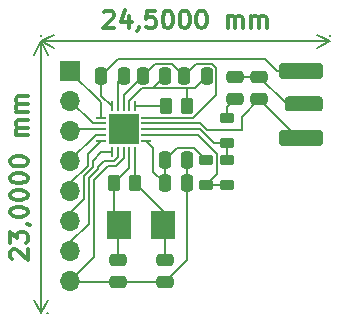
<source format=gbr>
%TF.GenerationSoftware,KiCad,Pcbnew,8.0.8*%
%TF.CreationDate,2025-03-31T21:12:05+02:00*%
%TF.ProjectId,nrf24small,6e726632-3473-46d6-916c-6c2e6b696361,rev?*%
%TF.SameCoordinates,Original*%
%TF.FileFunction,Copper,L1,Top*%
%TF.FilePolarity,Positive*%
%FSLAX46Y46*%
G04 Gerber Fmt 4.6, Leading zero omitted, Abs format (unit mm)*
G04 Created by KiCad (PCBNEW 8.0.8) date 2025-03-31 21:12:05*
%MOMM*%
%LPD*%
G01*
G04 APERTURE LIST*
G04 Aperture macros list*
%AMRoundRect*
0 Rectangle with rounded corners*
0 $1 Rounding radius*
0 $2 $3 $4 $5 $6 $7 $8 $9 X,Y pos of 4 corners*
0 Add a 4 corners polygon primitive as box body*
4,1,4,$2,$3,$4,$5,$6,$7,$8,$9,$2,$3,0*
0 Add four circle primitives for the rounded corners*
1,1,$1+$1,$2,$3*
1,1,$1+$1,$4,$5*
1,1,$1+$1,$6,$7*
1,1,$1+$1,$8,$9*
0 Add four rect primitives between the rounded corners*
20,1,$1+$1,$2,$3,$4,$5,0*
20,1,$1+$1,$4,$5,$6,$7,0*
20,1,$1+$1,$6,$7,$8,$9,0*
20,1,$1+$1,$8,$9,$2,$3,0*%
G04 Aperture macros list end*
%ADD10C,0.300000*%
%TA.AperFunction,NonConductor*%
%ADD11C,0.300000*%
%TD*%
%TA.AperFunction,NonConductor*%
%ADD12C,0.200000*%
%TD*%
%TA.AperFunction,SMDPad,CuDef*%
%ADD13RoundRect,0.250000X1.350000X-0.385000X1.350000X0.385000X-1.350000X0.385000X-1.350000X-0.385000X0*%
%TD*%
%TA.AperFunction,SMDPad,CuDef*%
%ADD14RoundRect,0.250000X1.600000X-0.425000X1.600000X0.425000X-1.600000X0.425000X-1.600000X-0.425000X0*%
%TD*%
%TA.AperFunction,SMDPad,CuDef*%
%ADD15R,2.000000X2.400000*%
%TD*%
%TA.AperFunction,SMDPad,CuDef*%
%ADD16RoundRect,0.062500X-0.350000X-0.062500X0.350000X-0.062500X0.350000X0.062500X-0.350000X0.062500X0*%
%TD*%
%TA.AperFunction,SMDPad,CuDef*%
%ADD17RoundRect,0.062500X-0.062500X-0.350000X0.062500X-0.350000X0.062500X0.350000X-0.062500X0.350000X0*%
%TD*%
%TA.AperFunction,HeatsinkPad*%
%ADD18R,2.500000X2.500000*%
%TD*%
%TA.AperFunction,ComponentPad*%
%ADD19R,1.700000X1.700000*%
%TD*%
%TA.AperFunction,ComponentPad*%
%ADD20O,1.700000X1.700000*%
%TD*%
%TA.AperFunction,SMDPad,CuDef*%
%ADD21RoundRect,0.250000X-0.475000X0.250000X-0.475000X-0.250000X0.475000X-0.250000X0.475000X0.250000X0*%
%TD*%
%TA.AperFunction,SMDPad,CuDef*%
%ADD22RoundRect,0.250000X0.250000X0.475000X-0.250000X0.475000X-0.250000X-0.475000X0.250000X-0.475000X0*%
%TD*%
%TA.AperFunction,SMDPad,CuDef*%
%ADD23RoundRect,0.250000X-0.250000X-0.475000X0.250000X-0.475000X0.250000X0.475000X-0.250000X0.475000X0*%
%TD*%
%TA.AperFunction,SMDPad,CuDef*%
%ADD24RoundRect,0.218750X0.381250X-0.218750X0.381250X0.218750X-0.381250X0.218750X-0.381250X-0.218750X0*%
%TD*%
%TA.AperFunction,SMDPad,CuDef*%
%ADD25RoundRect,0.218750X-0.381250X0.218750X-0.381250X-0.218750X0.381250X-0.218750X0.381250X0.218750X0*%
%TD*%
%TA.AperFunction,SMDPad,CuDef*%
%ADD26RoundRect,0.250000X0.262500X0.450000X-0.262500X0.450000X-0.262500X-0.450000X0.262500X-0.450000X0*%
%TD*%
%TA.AperFunction,Conductor*%
%ADD27C,0.200000*%
%TD*%
G04 APERTURE END LIST*
D10*
D11*
X80521185Y-67428569D02*
X80449757Y-67357141D01*
X80449757Y-67357141D02*
X80378328Y-67214284D01*
X80378328Y-67214284D02*
X80378328Y-66857141D01*
X80378328Y-66857141D02*
X80449757Y-66714284D01*
X80449757Y-66714284D02*
X80521185Y-66642855D01*
X80521185Y-66642855D02*
X80664042Y-66571426D01*
X80664042Y-66571426D02*
X80806900Y-66571426D01*
X80806900Y-66571426D02*
X81021185Y-66642855D01*
X81021185Y-66642855D02*
X81878328Y-67499998D01*
X81878328Y-67499998D02*
X81878328Y-66571426D01*
X80378328Y-66071427D02*
X80378328Y-65142855D01*
X80378328Y-65142855D02*
X80949757Y-65642855D01*
X80949757Y-65642855D02*
X80949757Y-65428570D01*
X80949757Y-65428570D02*
X81021185Y-65285713D01*
X81021185Y-65285713D02*
X81092614Y-65214284D01*
X81092614Y-65214284D02*
X81235471Y-65142855D01*
X81235471Y-65142855D02*
X81592614Y-65142855D01*
X81592614Y-65142855D02*
X81735471Y-65214284D01*
X81735471Y-65214284D02*
X81806900Y-65285713D01*
X81806900Y-65285713D02*
X81878328Y-65428570D01*
X81878328Y-65428570D02*
X81878328Y-65857141D01*
X81878328Y-65857141D02*
X81806900Y-65999998D01*
X81806900Y-65999998D02*
X81735471Y-66071427D01*
X81806900Y-64428570D02*
X81878328Y-64428570D01*
X81878328Y-64428570D02*
X82021185Y-64499999D01*
X82021185Y-64499999D02*
X82092614Y-64571427D01*
X80378328Y-63499998D02*
X80378328Y-63357141D01*
X80378328Y-63357141D02*
X80449757Y-63214284D01*
X80449757Y-63214284D02*
X80521185Y-63142856D01*
X80521185Y-63142856D02*
X80664042Y-63071427D01*
X80664042Y-63071427D02*
X80949757Y-62999998D01*
X80949757Y-62999998D02*
X81306900Y-62999998D01*
X81306900Y-62999998D02*
X81592614Y-63071427D01*
X81592614Y-63071427D02*
X81735471Y-63142856D01*
X81735471Y-63142856D02*
X81806900Y-63214284D01*
X81806900Y-63214284D02*
X81878328Y-63357141D01*
X81878328Y-63357141D02*
X81878328Y-63499998D01*
X81878328Y-63499998D02*
X81806900Y-63642856D01*
X81806900Y-63642856D02*
X81735471Y-63714284D01*
X81735471Y-63714284D02*
X81592614Y-63785713D01*
X81592614Y-63785713D02*
X81306900Y-63857141D01*
X81306900Y-63857141D02*
X80949757Y-63857141D01*
X80949757Y-63857141D02*
X80664042Y-63785713D01*
X80664042Y-63785713D02*
X80521185Y-63714284D01*
X80521185Y-63714284D02*
X80449757Y-63642856D01*
X80449757Y-63642856D02*
X80378328Y-63499998D01*
X80378328Y-62071427D02*
X80378328Y-61928570D01*
X80378328Y-61928570D02*
X80449757Y-61785713D01*
X80449757Y-61785713D02*
X80521185Y-61714285D01*
X80521185Y-61714285D02*
X80664042Y-61642856D01*
X80664042Y-61642856D02*
X80949757Y-61571427D01*
X80949757Y-61571427D02*
X81306900Y-61571427D01*
X81306900Y-61571427D02*
X81592614Y-61642856D01*
X81592614Y-61642856D02*
X81735471Y-61714285D01*
X81735471Y-61714285D02*
X81806900Y-61785713D01*
X81806900Y-61785713D02*
X81878328Y-61928570D01*
X81878328Y-61928570D02*
X81878328Y-62071427D01*
X81878328Y-62071427D02*
X81806900Y-62214285D01*
X81806900Y-62214285D02*
X81735471Y-62285713D01*
X81735471Y-62285713D02*
X81592614Y-62357142D01*
X81592614Y-62357142D02*
X81306900Y-62428570D01*
X81306900Y-62428570D02*
X80949757Y-62428570D01*
X80949757Y-62428570D02*
X80664042Y-62357142D01*
X80664042Y-62357142D02*
X80521185Y-62285713D01*
X80521185Y-62285713D02*
X80449757Y-62214285D01*
X80449757Y-62214285D02*
X80378328Y-62071427D01*
X80378328Y-60642856D02*
X80378328Y-60499999D01*
X80378328Y-60499999D02*
X80449757Y-60357142D01*
X80449757Y-60357142D02*
X80521185Y-60285714D01*
X80521185Y-60285714D02*
X80664042Y-60214285D01*
X80664042Y-60214285D02*
X80949757Y-60142856D01*
X80949757Y-60142856D02*
X81306900Y-60142856D01*
X81306900Y-60142856D02*
X81592614Y-60214285D01*
X81592614Y-60214285D02*
X81735471Y-60285714D01*
X81735471Y-60285714D02*
X81806900Y-60357142D01*
X81806900Y-60357142D02*
X81878328Y-60499999D01*
X81878328Y-60499999D02*
X81878328Y-60642856D01*
X81878328Y-60642856D02*
X81806900Y-60785714D01*
X81806900Y-60785714D02*
X81735471Y-60857142D01*
X81735471Y-60857142D02*
X81592614Y-60928571D01*
X81592614Y-60928571D02*
X81306900Y-60999999D01*
X81306900Y-60999999D02*
X80949757Y-60999999D01*
X80949757Y-60999999D02*
X80664042Y-60928571D01*
X80664042Y-60928571D02*
X80521185Y-60857142D01*
X80521185Y-60857142D02*
X80449757Y-60785714D01*
X80449757Y-60785714D02*
X80378328Y-60642856D01*
X80378328Y-59214285D02*
X80378328Y-59071428D01*
X80378328Y-59071428D02*
X80449757Y-58928571D01*
X80449757Y-58928571D02*
X80521185Y-58857143D01*
X80521185Y-58857143D02*
X80664042Y-58785714D01*
X80664042Y-58785714D02*
X80949757Y-58714285D01*
X80949757Y-58714285D02*
X81306900Y-58714285D01*
X81306900Y-58714285D02*
X81592614Y-58785714D01*
X81592614Y-58785714D02*
X81735471Y-58857143D01*
X81735471Y-58857143D02*
X81806900Y-58928571D01*
X81806900Y-58928571D02*
X81878328Y-59071428D01*
X81878328Y-59071428D02*
X81878328Y-59214285D01*
X81878328Y-59214285D02*
X81806900Y-59357143D01*
X81806900Y-59357143D02*
X81735471Y-59428571D01*
X81735471Y-59428571D02*
X81592614Y-59500000D01*
X81592614Y-59500000D02*
X81306900Y-59571428D01*
X81306900Y-59571428D02*
X80949757Y-59571428D01*
X80949757Y-59571428D02*
X80664042Y-59500000D01*
X80664042Y-59500000D02*
X80521185Y-59428571D01*
X80521185Y-59428571D02*
X80449757Y-59357143D01*
X80449757Y-59357143D02*
X80378328Y-59214285D01*
X81878328Y-56928572D02*
X80878328Y-56928572D01*
X81021185Y-56928572D02*
X80949757Y-56857143D01*
X80949757Y-56857143D02*
X80878328Y-56714286D01*
X80878328Y-56714286D02*
X80878328Y-56500000D01*
X80878328Y-56500000D02*
X80949757Y-56357143D01*
X80949757Y-56357143D02*
X81092614Y-56285715D01*
X81092614Y-56285715D02*
X81878328Y-56285715D01*
X81092614Y-56285715D02*
X80949757Y-56214286D01*
X80949757Y-56214286D02*
X80878328Y-56071429D01*
X80878328Y-56071429D02*
X80878328Y-55857143D01*
X80878328Y-55857143D02*
X80949757Y-55714286D01*
X80949757Y-55714286D02*
X81092614Y-55642857D01*
X81092614Y-55642857D02*
X81878328Y-55642857D01*
X81878328Y-54928572D02*
X80878328Y-54928572D01*
X81021185Y-54928572D02*
X80949757Y-54857143D01*
X80949757Y-54857143D02*
X80878328Y-54714286D01*
X80878328Y-54714286D02*
X80878328Y-54500000D01*
X80878328Y-54500000D02*
X80949757Y-54357143D01*
X80949757Y-54357143D02*
X81092614Y-54285715D01*
X81092614Y-54285715D02*
X81878328Y-54285715D01*
X81092614Y-54285715D02*
X80949757Y-54214286D01*
X80949757Y-54214286D02*
X80878328Y-54071429D01*
X80878328Y-54071429D02*
X80878328Y-53857143D01*
X80878328Y-53857143D02*
X80949757Y-53714286D01*
X80949757Y-53714286D02*
X81092614Y-53642857D01*
X81092614Y-53642857D02*
X81878328Y-53642857D01*
D12*
X83500000Y-49000000D02*
X83586420Y-49000000D01*
X83500000Y-72000000D02*
X83586420Y-72000000D01*
X83000000Y-49000000D02*
X83000000Y-72000000D01*
X83000000Y-49000000D02*
X83000000Y-72000000D01*
X83000000Y-49000000D02*
X83586421Y-50126504D01*
X83000000Y-49000000D02*
X82413579Y-50126504D01*
X83000000Y-72000000D02*
X82413579Y-70873496D01*
X83000000Y-72000000D02*
X83586421Y-70873496D01*
D10*
D11*
X88321430Y-46521185D02*
X88392858Y-46449757D01*
X88392858Y-46449757D02*
X88535716Y-46378328D01*
X88535716Y-46378328D02*
X88892858Y-46378328D01*
X88892858Y-46378328D02*
X89035716Y-46449757D01*
X89035716Y-46449757D02*
X89107144Y-46521185D01*
X89107144Y-46521185D02*
X89178573Y-46664042D01*
X89178573Y-46664042D02*
X89178573Y-46806900D01*
X89178573Y-46806900D02*
X89107144Y-47021185D01*
X89107144Y-47021185D02*
X88250001Y-47878328D01*
X88250001Y-47878328D02*
X89178573Y-47878328D01*
X90464287Y-46878328D02*
X90464287Y-47878328D01*
X90107144Y-46306900D02*
X89750001Y-47378328D01*
X89750001Y-47378328D02*
X90678572Y-47378328D01*
X91321429Y-47806900D02*
X91321429Y-47878328D01*
X91321429Y-47878328D02*
X91250000Y-48021185D01*
X91250000Y-48021185D02*
X91178572Y-48092614D01*
X92678572Y-46378328D02*
X91964286Y-46378328D01*
X91964286Y-46378328D02*
X91892858Y-47092614D01*
X91892858Y-47092614D02*
X91964286Y-47021185D01*
X91964286Y-47021185D02*
X92107144Y-46949757D01*
X92107144Y-46949757D02*
X92464286Y-46949757D01*
X92464286Y-46949757D02*
X92607144Y-47021185D01*
X92607144Y-47021185D02*
X92678572Y-47092614D01*
X92678572Y-47092614D02*
X92750001Y-47235471D01*
X92750001Y-47235471D02*
X92750001Y-47592614D01*
X92750001Y-47592614D02*
X92678572Y-47735471D01*
X92678572Y-47735471D02*
X92607144Y-47806900D01*
X92607144Y-47806900D02*
X92464286Y-47878328D01*
X92464286Y-47878328D02*
X92107144Y-47878328D01*
X92107144Y-47878328D02*
X91964286Y-47806900D01*
X91964286Y-47806900D02*
X91892858Y-47735471D01*
X93678572Y-46378328D02*
X93821429Y-46378328D01*
X93821429Y-46378328D02*
X93964286Y-46449757D01*
X93964286Y-46449757D02*
X94035715Y-46521185D01*
X94035715Y-46521185D02*
X94107143Y-46664042D01*
X94107143Y-46664042D02*
X94178572Y-46949757D01*
X94178572Y-46949757D02*
X94178572Y-47306900D01*
X94178572Y-47306900D02*
X94107143Y-47592614D01*
X94107143Y-47592614D02*
X94035715Y-47735471D01*
X94035715Y-47735471D02*
X93964286Y-47806900D01*
X93964286Y-47806900D02*
X93821429Y-47878328D01*
X93821429Y-47878328D02*
X93678572Y-47878328D01*
X93678572Y-47878328D02*
X93535715Y-47806900D01*
X93535715Y-47806900D02*
X93464286Y-47735471D01*
X93464286Y-47735471D02*
X93392857Y-47592614D01*
X93392857Y-47592614D02*
X93321429Y-47306900D01*
X93321429Y-47306900D02*
X93321429Y-46949757D01*
X93321429Y-46949757D02*
X93392857Y-46664042D01*
X93392857Y-46664042D02*
X93464286Y-46521185D01*
X93464286Y-46521185D02*
X93535715Y-46449757D01*
X93535715Y-46449757D02*
X93678572Y-46378328D01*
X95107143Y-46378328D02*
X95250000Y-46378328D01*
X95250000Y-46378328D02*
X95392857Y-46449757D01*
X95392857Y-46449757D02*
X95464286Y-46521185D01*
X95464286Y-46521185D02*
X95535714Y-46664042D01*
X95535714Y-46664042D02*
X95607143Y-46949757D01*
X95607143Y-46949757D02*
X95607143Y-47306900D01*
X95607143Y-47306900D02*
X95535714Y-47592614D01*
X95535714Y-47592614D02*
X95464286Y-47735471D01*
X95464286Y-47735471D02*
X95392857Y-47806900D01*
X95392857Y-47806900D02*
X95250000Y-47878328D01*
X95250000Y-47878328D02*
X95107143Y-47878328D01*
X95107143Y-47878328D02*
X94964286Y-47806900D01*
X94964286Y-47806900D02*
X94892857Y-47735471D01*
X94892857Y-47735471D02*
X94821428Y-47592614D01*
X94821428Y-47592614D02*
X94750000Y-47306900D01*
X94750000Y-47306900D02*
X94750000Y-46949757D01*
X94750000Y-46949757D02*
X94821428Y-46664042D01*
X94821428Y-46664042D02*
X94892857Y-46521185D01*
X94892857Y-46521185D02*
X94964286Y-46449757D01*
X94964286Y-46449757D02*
X95107143Y-46378328D01*
X96535714Y-46378328D02*
X96678571Y-46378328D01*
X96678571Y-46378328D02*
X96821428Y-46449757D01*
X96821428Y-46449757D02*
X96892857Y-46521185D01*
X96892857Y-46521185D02*
X96964285Y-46664042D01*
X96964285Y-46664042D02*
X97035714Y-46949757D01*
X97035714Y-46949757D02*
X97035714Y-47306900D01*
X97035714Y-47306900D02*
X96964285Y-47592614D01*
X96964285Y-47592614D02*
X96892857Y-47735471D01*
X96892857Y-47735471D02*
X96821428Y-47806900D01*
X96821428Y-47806900D02*
X96678571Y-47878328D01*
X96678571Y-47878328D02*
X96535714Y-47878328D01*
X96535714Y-47878328D02*
X96392857Y-47806900D01*
X96392857Y-47806900D02*
X96321428Y-47735471D01*
X96321428Y-47735471D02*
X96249999Y-47592614D01*
X96249999Y-47592614D02*
X96178571Y-47306900D01*
X96178571Y-47306900D02*
X96178571Y-46949757D01*
X96178571Y-46949757D02*
X96249999Y-46664042D01*
X96249999Y-46664042D02*
X96321428Y-46521185D01*
X96321428Y-46521185D02*
X96392857Y-46449757D01*
X96392857Y-46449757D02*
X96535714Y-46378328D01*
X98821427Y-47878328D02*
X98821427Y-46878328D01*
X98821427Y-47021185D02*
X98892856Y-46949757D01*
X98892856Y-46949757D02*
X99035713Y-46878328D01*
X99035713Y-46878328D02*
X99249999Y-46878328D01*
X99249999Y-46878328D02*
X99392856Y-46949757D01*
X99392856Y-46949757D02*
X99464285Y-47092614D01*
X99464285Y-47092614D02*
X99464285Y-47878328D01*
X99464285Y-47092614D02*
X99535713Y-46949757D01*
X99535713Y-46949757D02*
X99678570Y-46878328D01*
X99678570Y-46878328D02*
X99892856Y-46878328D01*
X99892856Y-46878328D02*
X100035713Y-46949757D01*
X100035713Y-46949757D02*
X100107142Y-47092614D01*
X100107142Y-47092614D02*
X100107142Y-47878328D01*
X100821427Y-47878328D02*
X100821427Y-46878328D01*
X100821427Y-47021185D02*
X100892856Y-46949757D01*
X100892856Y-46949757D02*
X101035713Y-46878328D01*
X101035713Y-46878328D02*
X101249999Y-46878328D01*
X101249999Y-46878328D02*
X101392856Y-46949757D01*
X101392856Y-46949757D02*
X101464285Y-47092614D01*
X101464285Y-47092614D02*
X101464285Y-47878328D01*
X101464285Y-47092614D02*
X101535713Y-46949757D01*
X101535713Y-46949757D02*
X101678570Y-46878328D01*
X101678570Y-46878328D02*
X101892856Y-46878328D01*
X101892856Y-46878328D02*
X102035713Y-46949757D01*
X102035713Y-46949757D02*
X102107142Y-47092614D01*
X102107142Y-47092614D02*
X102107142Y-47878328D01*
D12*
X83000000Y-48500000D02*
X83000000Y-48413580D01*
X107500000Y-48500000D02*
X107500000Y-48413580D01*
X83000000Y-49000000D02*
X107500000Y-49000000D01*
X83000000Y-49000000D02*
X107500000Y-49000000D01*
X83000000Y-49000000D02*
X84126504Y-48413579D01*
X83000000Y-49000000D02*
X84126504Y-49586421D01*
X107500000Y-49000000D02*
X106373496Y-49586421D01*
X107500000Y-49000000D02*
X106373496Y-48413579D01*
D13*
%TO.P,J1,1,In*%
%TO.N,Net-(J1-In)*%
X105250000Y-54325000D03*
D14*
%TO.P,J1,2,Ext*%
%TO.N,GND*%
X105000000Y-51500000D03*
X105000000Y-57150000D03*
%TD*%
D15*
%TO.P,Y1,2,2*%
%TO.N,Net-(U1-XC1)*%
X93350000Y-64500000D03*
%TO.P,Y1,1,1*%
%TO.N,Net-(U1-XC2)*%
X89650000Y-64500000D03*
%TD*%
D16*
%TO.P,U1,1,CE*%
%TO.N,Net-(J2-Pin_1)*%
X88062500Y-55437500D03*
%TO.P,U1,2,CSN*%
%TO.N,Net-(J2-Pin_2)*%
X88062500Y-55937500D03*
%TO.P,U1,3,SCK*%
%TO.N,Net-(J2-Pin_3)*%
X88062500Y-56437500D03*
%TO.P,U1,4,MOSI*%
%TO.N,Net-(J2-Pin_4)*%
X88062500Y-56937500D03*
%TO.P,U1,5,MISO*%
%TO.N,Net-(J2-Pin_5)*%
X88062500Y-57437500D03*
D17*
%TO.P,U1,6,IRQ*%
%TO.N,Net-(J2-Pin_6)*%
X89000000Y-58375000D03*
%TO.P,U1,7,VDD*%
%TO.N,+3.3V*%
X89500000Y-58375000D03*
%TO.P,U1,8,VSS*%
%TO.N,GND*%
X90000000Y-58375000D03*
%TO.P,U1,9,XC2*%
%TO.N,Net-(U1-XC2)*%
X90500000Y-58375000D03*
%TO.P,U1,10,XC1*%
%TO.N,Net-(U1-XC1)*%
X91000000Y-58375000D03*
D16*
%TO.P,U1,11,VDD_PA*%
%TO.N,Net-(U1-VDD_PA)*%
X91937500Y-57437500D03*
%TO.P,U1,12,ANT1*%
%TO.N,Net-(U1-ANT1)*%
X91937500Y-56937500D03*
%TO.P,U1,13,ANT2*%
%TO.N,Net-(U1-ANT2)*%
X91937500Y-56437500D03*
%TO.P,U1,14,VSS*%
%TO.N,GND*%
X91937500Y-55937500D03*
%TO.P,U1,15,VDD*%
%TO.N,+3.3V*%
X91937500Y-55437500D03*
D17*
%TO.P,U1,16,IREF*%
%TO.N,Net-(U1-IREF)*%
X91000000Y-54500000D03*
%TO.P,U1,17,VSS*%
%TO.N,GND*%
X90500000Y-54500000D03*
%TO.P,U1,18,VDD*%
%TO.N,+3.3V*%
X90000000Y-54500000D03*
%TO.P,U1,19,DVDD*%
%TO.N,Net-(U1-DVDD)*%
X89500000Y-54500000D03*
%TO.P,U1,20,VSS*%
%TO.N,GND*%
X89000000Y-54500000D03*
D18*
%TO.P,U1,21*%
%TO.N,N/C*%
X90000000Y-56437500D03*
%TD*%
D19*
%TO.P,J2,1,Pin_1*%
%TO.N,Net-(J2-Pin_1)*%
X85500000Y-51460000D03*
D20*
%TO.P,J2,2,Pin_2*%
%TO.N,Net-(J2-Pin_2)*%
X85500000Y-54000000D03*
%TO.P,J2,3,Pin_3*%
%TO.N,Net-(J2-Pin_3)*%
X85500000Y-56540000D03*
%TO.P,J2,4,Pin_4*%
%TO.N,Net-(J2-Pin_4)*%
X85500000Y-59080000D03*
%TO.P,J2,5,Pin_5*%
%TO.N,Net-(J2-Pin_5)*%
X85500000Y-61620000D03*
%TO.P,J2,6,Pin_6*%
%TO.N,Net-(J2-Pin_6)*%
X85500000Y-64160000D03*
%TO.P,J2,7,Pin_7*%
%TO.N,+3.3V*%
X85500000Y-66700000D03*
%TO.P,J2,8,Pin_8*%
%TO.N,GND*%
X85500000Y-69240000D03*
%TD*%
D21*
%TO.P,C10,1*%
%TO.N,Net-(J1-In)*%
X101500000Y-52000000D03*
%TO.P,C10,2*%
%TO.N,GND*%
X101500000Y-53900000D03*
%TD*%
%TO.P,C9,1*%
%TO.N,Net-(J1-In)*%
X99450000Y-52000000D03*
%TO.P,C9,2*%
%TO.N,Net-(C9-Pad2)*%
X99450000Y-53900000D03*
%TD*%
D22*
%TO.P,C8,2*%
%TO.N,Net-(U1-VDD_PA)*%
X93500000Y-59000000D03*
%TO.P,C8,1*%
%TO.N,GND*%
X95400000Y-59000000D03*
%TD*%
%TO.P,C7,1*%
%TO.N,GND*%
X95400000Y-61000000D03*
%TO.P,C7,2*%
%TO.N,Net-(U1-VDD_PA)*%
X93500000Y-61000000D03*
%TD*%
D21*
%TO.P,C6,1*%
%TO.N,Net-(U1-XC2)*%
X89500000Y-67500000D03*
%TO.P,C6,2*%
%TO.N,GND*%
X89500000Y-69400000D03*
%TD*%
%TO.P,C5,1*%
%TO.N,Net-(U1-XC1)*%
X93500000Y-67500000D03*
%TO.P,C5,2*%
%TO.N,GND*%
X93500000Y-69400000D03*
%TD*%
D22*
%TO.P,C4,2*%
%TO.N,GND*%
X88125000Y-51937500D03*
%TO.P,C4,1*%
%TO.N,Net-(U1-DVDD)*%
X90025000Y-51937500D03*
%TD*%
D23*
%TO.P,C3,1*%
%TO.N,+3.3V*%
X95150000Y-51937500D03*
%TO.P,C3,2*%
%TO.N,GND*%
X97050000Y-51937500D03*
%TD*%
%TO.P,C1,1*%
%TO.N,+3.3V*%
X91625000Y-51937500D03*
%TO.P,C1,2*%
%TO.N,GND*%
X93525000Y-51937500D03*
%TD*%
D24*
%TO.P,L2,1,1*%
%TO.N,Net-(U1-ANT1)*%
X97000000Y-61125000D03*
%TO.P,L2,2,2*%
%TO.N,Net-(U1-VDD_PA)*%
X97000000Y-59000000D03*
%TD*%
D25*
%TO.P,L3,2,2*%
%TO.N,Net-(U1-ANT1)*%
X98800000Y-61125000D03*
%TO.P,L3,1,1*%
%TO.N,Net-(U1-ANT2)*%
X98800000Y-59000000D03*
%TD*%
%TO.P,L4,1,1*%
%TO.N,Net-(C9-Pad2)*%
X98800000Y-55500000D03*
%TO.P,L4,2,2*%
%TO.N,Net-(U1-ANT2)*%
X98800000Y-57625000D03*
%TD*%
D26*
%TO.P,R1,1*%
%TO.N,GND*%
X95412500Y-54500000D03*
%TO.P,R1,2*%
%TO.N,Net-(U1-IREF)*%
X93587500Y-54500000D03*
%TD*%
%TO.P,R2,1*%
%TO.N,Net-(U1-XC1)*%
X91000000Y-61000000D03*
%TO.P,R2,2*%
%TO.N,Net-(U1-XC2)*%
X89175000Y-61000000D03*
%TD*%
D27*
%TO.N,GND*%
X104750000Y-57150000D02*
X105000000Y-57150000D01*
X101500000Y-53900000D02*
X104750000Y-57150000D01*
%TO.N,Net-(J1-In)*%
X103825000Y-54325000D02*
X105250000Y-54325000D01*
X101500000Y-52000000D02*
X103825000Y-54325000D01*
%TO.N,GND*%
X103000000Y-51500000D02*
X105000000Y-51500000D01*
X102000000Y-50500000D02*
X103000000Y-51500000D01*
X95400000Y-67500000D02*
X95400000Y-61000000D01*
X93500000Y-69400000D02*
X95400000Y-67500000D01*
X89562500Y-50500000D02*
X88125000Y-51937500D01*
X102000000Y-50500000D02*
X89562500Y-50500000D01*
%TO.N,Net-(C9-Pad2)*%
X98800000Y-54550000D02*
X99450000Y-53900000D01*
X98800000Y-55500000D02*
X98800000Y-54550000D01*
%TO.N,GND*%
X96503186Y-55937500D02*
X97065686Y-56500000D01*
X97065686Y-56500000D02*
X100000000Y-56500000D01*
X91937500Y-55937500D02*
X96503186Y-55937500D01*
X100000000Y-55400000D02*
X100000000Y-56500000D01*
X101500000Y-53900000D02*
X100000000Y-55400000D01*
X87500000Y-60697058D02*
X87500000Y-67240000D01*
X88697058Y-59500000D02*
X87500000Y-60697058D01*
X89367572Y-59500000D02*
X88697058Y-59500000D01*
X87500000Y-67240000D02*
X85500000Y-69240000D01*
X90000000Y-58867572D02*
X89367572Y-59500000D01*
X90000000Y-58375000D02*
X90000000Y-58867572D01*
%TO.N,+3.3V*%
X89500000Y-58801886D02*
X89500000Y-58375000D01*
X88334314Y-59100000D02*
X89201886Y-59100000D01*
X87800000Y-59634314D02*
X88334314Y-59100000D01*
X89201886Y-59100000D02*
X89500000Y-58801886D01*
X87050000Y-60581372D02*
X87800000Y-59831372D01*
X87050000Y-64450000D02*
X87050000Y-60581372D01*
X87800000Y-59831372D02*
X87800000Y-59634314D01*
X85500000Y-66000000D02*
X87050000Y-64450000D01*
X85500000Y-66700000D02*
X85500000Y-66000000D01*
%TO.N,Net-(J2-Pin_6)*%
X88125000Y-58375000D02*
X89000000Y-58375000D01*
X87400000Y-59100000D02*
X88125000Y-58375000D01*
X87400000Y-59665686D02*
X87400000Y-59100000D01*
X86650000Y-62350000D02*
X86650000Y-60415686D01*
X86650000Y-60415686D02*
X87400000Y-59665686D01*
X85500000Y-64160000D02*
X85500000Y-63500000D01*
X85500000Y-63500000D02*
X86650000Y-62350000D01*
%TO.N,Net-(J2-Pin_5)*%
X87000000Y-59500000D02*
X87000000Y-58500000D01*
X85500000Y-61000000D02*
X87000000Y-59500000D01*
X85500000Y-61620000D02*
X85500000Y-61000000D01*
X87000000Y-58500000D02*
X88062500Y-57437500D01*
%TO.N,Net-(U1-XC1)*%
X93350000Y-63350000D02*
X93350000Y-64500000D01*
X91000000Y-61000000D02*
X93350000Y-63350000D01*
%TO.N,Net-(J1-In)*%
X99500000Y-52000000D02*
X101500000Y-52000000D01*
%TO.N,Net-(U1-ANT2)*%
X98800000Y-57625000D02*
X98800000Y-59000000D01*
X97625000Y-57625000D02*
X98800000Y-57625000D01*
X96437500Y-56437500D02*
X97625000Y-57625000D01*
X91937500Y-56437500D02*
X96437500Y-56437500D01*
%TO.N,Net-(U1-ANT1)*%
X97000000Y-61125000D02*
X98800000Y-61125000D01*
X97900000Y-60225000D02*
X97000000Y-61125000D01*
X96277186Y-56937500D02*
X97900000Y-58560314D01*
X91937500Y-56937500D02*
X96277186Y-56937500D01*
X97900000Y-58560314D02*
X97900000Y-60225000D01*
%TO.N,Net-(U1-VDD_PA)*%
X94525000Y-57975000D02*
X95975000Y-57975000D01*
X95975000Y-57975000D02*
X97000000Y-59000000D01*
X93500000Y-59000000D02*
X94525000Y-57975000D01*
X92532843Y-60032843D02*
X93500000Y-61000000D01*
X91937500Y-57437500D02*
X92532843Y-58032843D01*
X92532843Y-58032843D02*
X92532843Y-60032843D01*
%TO.N,GND*%
X95400000Y-59000000D02*
X95400000Y-61000000D01*
%TO.N,Net-(U1-VDD_PA)*%
X93500000Y-61000000D02*
X93500000Y-59000000D01*
%TO.N,+3.3V*%
X97534744Y-50912500D02*
X96175000Y-50912500D01*
X97850000Y-51227756D02*
X97534744Y-50912500D01*
X95909744Y-55500000D02*
X97850000Y-53559744D01*
X97850000Y-53559744D02*
X97850000Y-51227756D01*
X96175000Y-50912500D02*
X95150000Y-51937500D01*
X91937500Y-55437500D02*
X92000000Y-55500000D01*
X92000000Y-55500000D02*
X95909744Y-55500000D01*
%TO.N,GND*%
X93500000Y-69400000D02*
X89500000Y-69400000D01*
X89500000Y-69400000D02*
X85660000Y-69400000D01*
X85660000Y-69400000D02*
X85500000Y-69240000D01*
%TO.N,Net-(U1-XC1)*%
X93500000Y-65000000D02*
X93500000Y-67500000D01*
X93350000Y-64500000D02*
X93350000Y-64850000D01*
X93350000Y-64850000D02*
X93500000Y-65000000D01*
%TO.N,Net-(U1-XC2)*%
X89500000Y-65000000D02*
X89500000Y-67500000D01*
X89650000Y-64850000D02*
X89500000Y-65000000D01*
X89650000Y-64500000D02*
X89650000Y-64850000D01*
X89175000Y-64025000D02*
X89650000Y-64500000D01*
X89175000Y-61000000D02*
X89175000Y-64025000D01*
%TO.N,Net-(U1-XC1)*%
X91000000Y-61000000D02*
X91000000Y-58375000D01*
%TO.N,Net-(U1-XC2)*%
X90500000Y-59675000D02*
X90500000Y-58375000D01*
X89175000Y-61000000D02*
X90500000Y-59675000D01*
%TO.N,Net-(J2-Pin_4)*%
X85500000Y-59073114D02*
X87635614Y-56937500D01*
X87635614Y-56937500D02*
X88062500Y-56937500D01*
X85500000Y-59080000D02*
X85500000Y-59073114D01*
%TO.N,Net-(J2-Pin_3)*%
X85602500Y-56437500D02*
X88062500Y-56437500D01*
X85500000Y-56540000D02*
X85602500Y-56437500D01*
%TO.N,Net-(J2-Pin_2)*%
X87437500Y-55937500D02*
X88062500Y-55937500D01*
X85500000Y-54000000D02*
X87437500Y-55937500D01*
%TO.N,Net-(J2-Pin_1)*%
X88062500Y-54128186D02*
X88062500Y-55437500D01*
X85500000Y-51565686D02*
X88062500Y-54128186D01*
X85500000Y-51460000D02*
X85500000Y-51565686D01*
%TO.N,GND*%
X90500000Y-54000000D02*
X90500000Y-54500000D01*
X91537500Y-52962500D02*
X90500000Y-54000000D01*
X91537500Y-52962500D02*
X92500000Y-52962500D01*
X95412500Y-53050000D02*
X95500000Y-52962500D01*
X95500000Y-52962500D02*
X92500000Y-52962500D01*
X96025000Y-52962500D02*
X95500000Y-52962500D01*
X95412500Y-54500000D02*
X95412500Y-53050000D01*
%TO.N,Net-(U1-IREF)*%
X93587500Y-54500000D02*
X91000000Y-54500000D01*
%TO.N,GND*%
X97050000Y-51937500D02*
X96025000Y-52962500D01*
%TO.N,+3.3V*%
X95150000Y-51937500D02*
X94125000Y-50912500D01*
X94125000Y-50912500D02*
X92650000Y-50912500D01*
X92650000Y-50912500D02*
X91625000Y-51937500D01*
%TO.N,GND*%
X93525000Y-51937500D02*
X92500000Y-52962500D01*
X88125000Y-53625000D02*
X89000000Y-54500000D01*
X88125000Y-51937500D02*
X88125000Y-53625000D01*
%TO.N,Net-(U1-DVDD)*%
X89500000Y-52462500D02*
X89500000Y-54500000D01*
X90025000Y-51937500D02*
X89500000Y-52462500D01*
%TO.N,+3.3V*%
X91625000Y-51937500D02*
X90000000Y-53562500D01*
X90000000Y-53562500D02*
X90000000Y-54500000D01*
X91625000Y-51937500D02*
X91625000Y-52437500D01*
%TO.N,Net-(J1-In)*%
X101500000Y-52000000D02*
X102000000Y-52000000D01*
%TD*%
M02*

</source>
